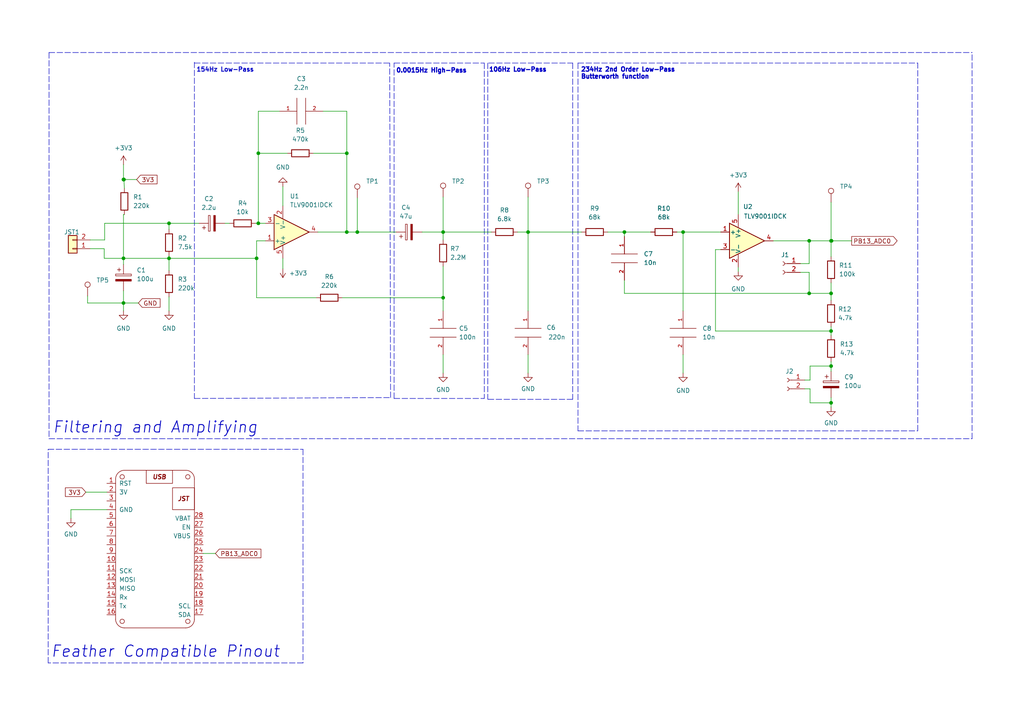
<source format=kicad_sch>
(kicad_sch (version 20211123) (generator eeschema)
  (paper "A4")
  (title_block (title "Sensor Amplifying and Filtering Board") (company "CITI Lab"))
  (lib_symbols
    (symbol "Amplifier_Operational:TLV9001IDCK" (pin_names (offset 0.127))
      (property "Reference" "U" (at 7.62 2.54 0))
      (property "Value" "TLV9001IDCK" (at 11.43 -2.54 0))
      (symbol "TLV9001IDCK_0_1"
        (polyline (pts (xy -2.54 5.08) (xy -2.54 -5.08) (xy 7.62 0) (xy -2.54 5.08)) (stroke (width 0.254)) (fill (type background)))
      )
      (symbol "TLV9001IDCK_1_1"
        (pin input line (at -5.08 2.54 0) (length 2.54) (name "+") (number "1"))
        (pin power_in line (at 0 -7.62 90) (length 3.81) (name "V-") (number "2"))
        (pin input line (at -5.08 -2.54 0) (length 2.54) (name "-") (number "3"))
        (pin output line (at 10.16 0 180) (length 2.54) (name "~") (number "4"))
        (pin power_in line (at 0 7.62 270) (length 3.81) (name "V+") (number "5"))
      )
    )
    (symbol "Connector:Conn_01x02_Female" (pin_names (offset 1.016) hide)
      (property "Reference" "J" (at 0 2.54 0))
      (property "Value" "Conn_01x02_Female" (at 0 -5.08 0))
      (symbol "Conn_01x02_Female_1_1"
        (arc (start 0 -2.032) (mid -0.508 -2.54) (end 0 -3.048) (stroke (width 0.1524)))
        (polyline (pts (xy -1.27 -2.54) (xy -0.508 -2.54)) (stroke (width 0.1524)))
        (polyline (pts (xy -1.27 0) (xy -0.508 0)) (stroke (width 0.1524)))
        (arc (start 0 0.508) (mid -0.508 0) (end 0 -0.508) (stroke (width 0.1524)))
        (pin passive line (at -5.08 0 0) (length 3.81) (name "Pin_1") (number "1"))
        (pin passive line (at -5.08 -2.54 0) (length 3.81) (name "Pin_2") (number "2"))
      )
    )
    (symbol "Connector:TestPoint" (pin_numbers hide) (pin_names (offset 0.762) hide)
      (property "Reference" "TP" (at 0 6.858 0))
      (property "Value" "TestPoint" (at 0 5.08 0))
      (symbol "TestPoint_0_1"
        (circle (center 0 3.302) (radius 0.762))
      )
      (symbol "TestPoint_1_1"
        (pin passive line (at 0 0 90) (length 2.54) (name "1") (number "1"))
      )
    )
    (symbol "Connector_Generic:Conn_01x02" (pin_names (offset 1.016) hide)
      (property "Reference" "J" (at 0 2.54 0))
      (property "Value" "Conn_01x02" (at 0 -5.08 0))
      (symbol "Conn_01x02_1_1"
        (rectangle (start -1.27 -2.413) (end 0 -2.667) (stroke (width 0.1524)))
        (rectangle (start -1.27 0.127) (end 0 -0.127) (stroke (width 0.1524)))
        (rectangle (start -1.27 1.27) (end 1.27 -3.81) (stroke (width 0.254)) (fill (type background)))
        (pin passive line (at -5.08 0 0) (length 3.81) (name "Pin_1") (number "1"))
        (pin passive line (at -5.08 -2.54 0) (length 3.81) (name "Pin_2") (number "2"))
      )
    )
    (symbol "Device:C_Polarized" (pin_numbers hide) (pin_names (offset 0.254))
      (property "Reference" "C" (at 0.635 2.54 0))
      (property "Value" "C_Polarized" (at 0.635 -2.54 0))
      (symbol "C_Polarized_0_1"
        (rectangle (start -2.286 0.508) (end 2.286 1.016))
        (polyline (pts (xy -1.778 2.286) (xy -0.762 2.286)))
        (polyline (pts (xy -1.27 2.794) (xy -1.27 1.778)))
        (rectangle (start 2.286 -0.508) (end -2.286 -1.016) (fill (type outline)))
      )
      (symbol "C_Polarized_1_1"
        (pin passive line (at 0 3.81 270) (length 2.794) (name "~") (number "1"))
        (pin passive line (at 0 -3.81 90) (length 2.794) (name "~") (number "2"))
      )
    )
    (symbol "Device:R" (pin_numbers hide) (pin_names (offset 0))
      (property "Reference" "R" (at 2.032 0 90))
      (property "Value" "R" (at 0 0 90))
      (symbol "R_0_1"
        (rectangle (start -1.016 -2.54) (end 1.016 2.54) (stroke (width 0.254)))
      )
      (symbol "R_1_1"
        (pin passive line (at 0 3.81 270) (length 1.27) (name "~") (number "1"))
        (pin passive line (at 0 -3.81 90) (length 1.27) (name "~") (number "2"))
      )
    )
    (symbol "penguino_v1:Feather-Generic" (pin_names (offset 1.016))
      (property "Reference" "U" (at 1.905 5.08 0))
      (property "Value" "Feather-Generic" (at 12.065 -43.815 0))
      (symbol "Feather-Generic_0_0"
        (text "JST" (at 19.685 -4.445 0) (effects (font (size 1.27 1.27) bold italic)))
        (text "USB" (at 12.7 1.905 0) (effects (font (size 1.27 1.27) bold italic)))
      )
      (symbol "Feather-Generic_0_1"
        (arc (start 0 -39.37) (mid 0.7566 -41.1534) (end 2.54 -41.91))
        (polyline (pts (xy 0 1.27) (xy 0 -39.37)))
        (polyline (pts (xy 2.54 -41.91) (xy 20.32 -41.91)))
        (polyline (pts (xy 2.54 3.81) (xy 20.32 3.81)) (fill (type background)))
        (polyline (pts (xy 22.86 -39.37) (xy 22.86 1.27)))
        (circle (center 1.905 -40.005) (radius 0.635))
        (circle (center 1.905 1.905) (radius 0.635))
        (arc (start 2.54 3.81) (mid 0.7566 3.0534) (end 0 1.27))
        (rectangle (start 8.89 3.81) (end 16.51 0))
        (arc (start 20.32 -41.91) (mid 22.1213 -41.1713) (end 22.86 -39.37))
        (circle (center 20.955 -40.005) (radius 0.635))
        (circle (center 20.955 1.905) (radius 0.635))
        (rectangle (start 22.86 -1.27) (end 16.51 -7.62))
        (arc (start 22.86 1.27) (mid 22.1213 3.0713) (end 20.32 3.81))
      )
      (symbol "Feather-Generic_1_1"
        (pin input line (at -2.54 0 0) (length 2.54) (name "RST") (number "1"))
        (pin bidirectional line (at -2.54 -22.86 0) (length 2.54) (name "~") (number "10"))
        (pin bidirectional line (at -2.54 -25.4 0) (length 2.54) (name "SCK") (number "11"))
        (pin bidirectional line (at -2.54 -27.94 0) (length 2.54) (name "MOSI") (number "12"))
        (pin bidirectional line (at -2.54 -30.48 0) (length 2.54) (name "MISO") (number "13"))
        (pin bidirectional line (at -2.54 -33.02 0) (length 2.54) (name "Rx") (number "14"))
        (pin bidirectional line (at -2.54 -35.56 0) (length 2.54) (name "Tx") (number "15"))
        (pin passive line (at -2.54 -38.1 0) (length 2.54) (name "~") (number "16"))
        (pin bidirectional line (at 25.4 -38.1 180) (length 2.54) (name "SDA") (number "17"))
        (pin bidirectional line (at 25.4 -35.56 180) (length 2.54) (name "SCL") (number "18"))
        (pin bidirectional line (at 25.4 -33.02 180) (length 2.54) (name "~") (number "19"))
        (pin passive line (at -2.54 -2.54 0) (length 2.54) (name "3V") (number "2"))
        (pin bidirectional line (at 25.4 -30.48 180) (length 2.54) (name "~") (number "20"))
        (pin bidirectional line (at 25.4 -27.94 180) (length 2.54) (name "~") (number "21"))
        (pin bidirectional line (at 25.4 -25.4 180) (length 2.54) (name "~") (number "22"))
        (pin bidirectional line (at 25.4 -22.86 180) (length 2.54) (name "~") (number "23"))
        (pin bidirectional line (at 25.4 -20.32 180) (length 2.54) (name "~") (number "24"))
        (pin bidirectional line (at 25.4 -17.78 180) (length 2.54) (name "~") (number "25"))
        (pin passive line (at 25.4 -15.24 180) (length 2.54) (name "VBUS") (number "26"))
        (pin input line (at 25.4 -12.7 180) (length 2.54) (name "EN") (number "27"))
        (pin passive line (at 25.4 -10.16 180) (length 2.54) (name "VBAT") (number "28"))
        (pin bidirectional line (at -2.54 -5.08 0) (length 2.54) (name "~") (number "3"))
        (pin passive line (at -2.54 -7.62 0) (length 2.54) (name "GND") (number "4"))
        (pin bidirectional line (at -2.54 -10.16 0) (length 2.54) (name "~") (number "5"))
        (pin bidirectional line (at -2.54 -12.7 0) (length 2.54) (name "~") (number "6"))
        (pin bidirectional line (at -2.54 -15.24 0) (length 2.54) (name "~") (number "7"))
        (pin bidirectional line (at -2.54 -17.78 0) (length 2.54) (name "~") (number "8"))
        (pin bidirectional line (at -2.54 -20.32 0) (length 2.54) (name "~") (number "9"))
      )
    )
    (symbol "power:+3V3" (power) (pin_names (offset 0))
      (property "Value" "+3V3" (at 0 3.556 0))
      (symbol "+3V3_0_1"
        (polyline (pts (xy -0.762 1.27) (xy 0 2.54)))
        (polyline (pts (xy 0 0) (xy 0 2.54)))
        (polyline (pts (xy 0 2.54) (xy 0.762 1.27)))
      )
      (symbol "+3V3_1_1"
        (pin power_in line (at 0 0 90) (length 0) hide (name "+3V3") (number "1"))
      )
    )
    (symbol "power:GND" (power) (pin_names (offset 0))
      (property "Value" "GND" (at 0 -3.81 0))
      (symbol "GND_0_1"
        (polyline (pts (xy 0 0) (xy 0 -1.27) (xy 1.27 -1.27) (xy 0 -2.54) (xy -1.27 -1.27) (xy 0 -1.27)))
      )
      (symbol "GND_1_1"
        (pin power_in line (at 0 0 270) (length 0) hide (name "GND") (number "1"))
      )
    )
    (symbol "pspice:CAP" (pin_names (offset 0.254))
      (property "Reference" "C" (at 2.54 3.81 90))
      (property "Value" "CAP" (at 2.54 -3.81 90))
      (symbol "CAP_0_1"
        (polyline (pts (xy -3.81 -1.27) (xy 3.81 -1.27)))
        (polyline (pts (xy -3.81 1.27) (xy 3.81 1.27)))
      )
      (symbol "CAP_1_1"
        (pin passive line (at 0 6.35 270) (length 5.08) (name "~") (number "1"))
        (pin passive line (at 0 -6.35 90) (length 5.08) (name "~") (number "2"))
      )
    )
  )
  (junction (at 241.046 96.012))
  (junction (at 241.046 116.84))
  (junction (at 100.584 67.31))
  (junction (at 128.524 86.36))
  (junction (at 241.046 106.172))
  (junction (at 100.584 44.45))
  (junction (at 198.12 67.31))
  (junction (at 74.93 64.77))
  (junction (at 241.046 69.85))
  (junction (at 181.102 67.31))
  (junction (at 35.814 52.07))
  (junction (at 234.696 69.85))
  (junction (at 153.162 67.31))
  (junction (at 128.524 67.31))
  (junction (at 241.046 85.09))
  (junction (at 241.173 69.85))
  (junction (at 35.814 74.93))
  (junction (at 49.022 64.77))
  (junction (at 74.93 44.45))
  (junction (at 234.696 85.09))
  (junction (at 35.941 52.07))
  (junction (at 74.422 74.93))
  (junction (at 35.814 87.884))
  (junction (at 49.022 74.93))
  (junction (at 103.632 67.31))
  (wire (pts (xy 233.426 112.776) (xy 234.95 112.776)))
  (wire (pts (xy 74.93 32.258) (xy 74.93 44.45)))
  (wire (pts (xy 234.696 85.09) (xy 241.046 85.09)))
  (wire (pts (xy 92.202 67.31) (xy 100.584 67.31)))
  (wire (pts (xy 198.12 102.87) (xy 198.12 108.204)))
  (wire (pts (xy 24.892 142.748) (xy 30.988 142.748)))
  (wire (pts (xy 224.282 69.85) (xy 234.696 69.85)))
  (wire (pts (xy 20.574 147.828) (xy 20.574 150.368)))
  (wire (pts (xy 241.046 116.84) (xy 241.046 118.11)))
  (wire (pts (xy 82.042 74.93) (xy 82.042 77.978)))
  (wire (pts (xy 49.022 86.106) (xy 49.022 90.17)))
  (wire (pts (xy 241.046 85.09) (xy 241.046 87.122)))
  (wire (pts (xy 153.162 67.31) (xy 168.656 67.31)))
  (polyline (pts (xy 87.884 130.302) (xy 87.884 192.278)))
  (wire (pts (xy 35.814 87.884) (xy 35.814 90.17)))
  (wire (pts (xy 207.518 72.39) (xy 209.042 72.39)))
  (wire (pts (xy 35.814 62.23) (xy 36.068 62.23)))
  (wire (pts (xy 35.814 47.752) (xy 35.814 52.07)))
  (wire (pts (xy 99.314 86.36) (xy 128.524 86.36)))
  (wire (pts (xy 153.162 57.15) (xy 153.162 67.31)))
  (wire (pts (xy 241.173 69.85) (xy 247.015 69.85)))
  (wire (pts (xy 35.814 74.93) (xy 35.814 62.23)))
  (polyline (pts (xy 14.224 15.24) (xy 281.94 15.24)))
  (wire (pts (xy 241.046 106.172) (xy 241.046 107.696)))
  (wire (pts (xy 58.928 160.528) (xy 62.484 160.528)))
  (polyline (pts (xy 167.64 124.968) (xy 266.192 124.968)))
  (polyline (pts (xy 14.224 127.254) (xy 281.94 127.254)))
  (wire (pts (xy 128.524 67.31) (xy 142.494 67.31)))
  (wire (pts (xy 74.422 86.36) (xy 91.694 86.36)))
  (wire (pts (xy 241.046 94.742) (xy 241.046 96.012)))
  (polyline (pts (xy 13.97 192.278) (xy 13.97 130.302)))
  (wire (pts (xy 74.422 69.85) (xy 76.962 69.85)))
  (wire (pts (xy 49.022 64.77) (xy 49.022 66.548)))
  (wire (pts (xy 128.524 77.216) (xy 128.524 86.36)))
  (wire (pts (xy 65.278 64.77) (xy 66.548 64.77)))
  (polyline (pts (xy 56.388 18.288) (xy 113.03 18.288)))
  (wire (pts (xy 26.162 72.136) (xy 30.226 72.136)))
  (wire (pts (xy 74.422 69.85) (xy 74.422 74.93)))
  (polyline (pts (xy 114.3 115.57) (xy 140.462 115.57)))
  (wire (pts (xy 74.422 74.93) (xy 74.422 86.36)))
  (wire (pts (xy 74.93 64.77) (xy 76.962 64.77)))
  (wire (pts (xy 35.814 76.708) (xy 35.814 74.93)))
  (polyline (pts (xy 14.224 15.24) (xy 14.224 127.254)))
  (polyline (pts (xy 266.192 124.968) (xy 266.192 18.288)))
  (wire (pts (xy 233.426 110.236) (xy 234.95 110.236)))
  (wire (pts (xy 49.022 74.93) (xy 74.422 74.93)))
  (wire (pts (xy 234.95 110.236) (xy 234.95 106.172)))
  (wire (pts (xy 181.102 85.09) (xy 234.696 85.09)))
  (wire (pts (xy 35.941 52.07) (xy 36.068 54.61)))
  (wire (pts (xy 100.584 44.45) (xy 90.932 44.45)))
  (wire (pts (xy 196.342 67.31) (xy 198.12 67.31)))
  (polyline (pts (xy 56.388 115.57) (xy 113.284 115.316)))
  (wire (pts (xy 241.046 58.674) (xy 241.046 69.85)))
  (wire (pts (xy 30.226 74.93) (xy 35.814 74.93)))
  (wire (pts (xy 241.046 96.012) (xy 241.046 97.282)))
  (polyline (pts (xy 114.3 18.288) (xy 140.462 18.288)))
  (wire (pts (xy 35.814 87.884) (xy 40.132 87.884)))
  (wire (pts (xy 35.814 74.93) (xy 49.022 74.93)))
  (wire (pts (xy 234.95 112.776) (xy 234.95 116.84)))
  (wire (pts (xy 30.226 72.136) (xy 30.226 74.93)))
  (wire (pts (xy 100.584 67.31) (xy 100.584 44.45)))
  (wire (pts (xy 150.114 67.31) (xy 153.162 67.31)))
  (wire (pts (xy 241.046 82.042) (xy 241.046 85.09)))
  (wire (pts (xy 234.696 69.85) (xy 241.046 69.85)))
  (wire (pts (xy 153.162 67.31) (xy 153.162 90.17)))
  (polyline (pts (xy 13.97 130.302) (xy 87.884 130.302)))
  (wire (pts (xy 214.122 77.47) (xy 214.122 78.74)))
  (wire (pts (xy 241.046 69.85) (xy 241.173 69.85)))
  (wire (pts (xy 35.814 84.328) (xy 35.814 87.884)))
  (wire (pts (xy 234.95 106.172) (xy 241.046 106.172)))
  (wire (pts (xy 214.122 55.626) (xy 214.122 62.23)))
  (wire (pts (xy 103.632 67.31) (xy 114.808 67.31)))
  (wire (pts (xy 25.4 87.884) (xy 35.814 87.884)))
  (wire (pts (xy 198.12 67.31) (xy 198.12 90.17)))
  (wire (pts (xy 26.162 69.596) (xy 30.353 69.596)))
  (wire (pts (xy 241.046 74.422) (xy 241.046 69.85)))
  (wire (pts (xy 122.428 67.31) (xy 128.524 67.31)))
  (wire (pts (xy 207.518 96.012) (xy 207.518 72.39)))
  (wire (pts (xy 30.353 64.77) (xy 49.022 64.77)))
  (wire (pts (xy 82.042 54.102) (xy 82.042 59.69)))
  (wire (pts (xy 100.584 44.45) (xy 100.584 32.258)))
  (wire (pts (xy 198.12 67.31) (xy 209.042 67.31)))
  (wire (pts (xy 234.696 76.454) (xy 234.696 69.85)))
  (polyline (pts (xy 114.3 115.57) (xy 114.3 18.288)))
  (wire (pts (xy 49.022 74.168) (xy 49.022 74.93)))
  (wire (pts (xy 232.156 78.994) (xy 234.696 78.994)))
  (wire (pts (xy 234.95 116.84) (xy 241.046 116.84)))
  (polyline (pts (xy 141.478 18.288) (xy 141.478 115.824)))
  (polyline (pts (xy 166.116 18.288) (xy 166.116 115.824)))
  (wire (pts (xy 181.102 67.31) (xy 176.276 67.31)))
  (wire (pts (xy 128.524 86.36) (xy 128.524 90.17)))
  (wire (pts (xy 25.4 85.852) (xy 25.4 87.884)))
  (wire (pts (xy 30.353 69.596) (xy 30.353 64.77)))
  (wire (pts (xy 35.941 52.07) (xy 39.624 52.07)))
  (wire (pts (xy 103.632 57.404) (xy 103.632 67.31)))
  (wire (pts (xy 241.046 96.012) (xy 207.518 96.012)))
  (wire (pts (xy 234.696 78.994) (xy 234.696 85.09)))
  (wire (pts (xy 74.168 64.77) (xy 74.93 64.77)))
  (wire (pts (xy 232.156 76.454) (xy 234.696 76.454)))
  (polyline (pts (xy 167.64 18.288) (xy 167.64 124.968)))
  (wire (pts (xy 128.524 102.87) (xy 128.524 108.204)))
  (wire (pts (xy 241.046 115.316) (xy 241.046 116.84)))
  (wire (pts (xy 241.046 104.902) (xy 241.046 106.172)))
  (wire (pts (xy 74.93 32.258) (xy 81.026 32.258)))
  (wire (pts (xy 30.988 147.828) (xy 20.574 147.828)))
  (polyline (pts (xy 113.284 115.316) (xy 113.03 18.288)))
  (wire (pts (xy 83.312 44.45) (xy 74.93 44.45)))
  (wire (pts (xy 74.93 44.45) (xy 74.93 64.77)))
  (wire (pts (xy 49.022 64.77) (xy 57.658 64.77)))
  (polyline (pts (xy 166.116 115.824) (xy 141.478 115.824)))
  (polyline (pts (xy 87.884 192.278) (xy 13.97 192.278)))
  (polyline (pts (xy 140.462 18.288) (xy 140.462 115.57)))
  (wire (pts (xy 128.524 57.15) (xy 128.524 67.31)))
  (polyline (pts (xy 141.732 18.288) (xy 166.116 18.288)))
  (wire (pts (xy 181.102 81.28) (xy 181.102 85.09)))
  (wire (pts (xy 128.524 67.31) (xy 128.524 69.596)))
  (wire (pts (xy 181.102 67.31) (xy 188.722 67.31)))
  (polyline (pts (xy 281.94 127.254) (xy 281.94 15.24)))
  (wire (pts (xy 35.814 52.07) (xy 35.941 52.07)))
  (polyline (pts (xy 167.64 18.288) (xy 266.192 18.288)))
  (wire (pts (xy 153.162 102.87) (xy 153.162 108.204)))
  (wire (pts (xy 49.022 74.93) (xy 49.022 78.486)))
  (wire (pts (xy 100.584 67.31) (xy 103.632 67.31)))
  (polyline (pts (xy 56.388 18.034) (xy 56.388 115.57)))
  (wire (pts (xy 100.584 32.258) (xy 93.726 32.258)))
  (wire (pts (xy 181.102 68.58) (xy 181.102 67.31)))
  (text "0.0015Hz High-Pass" (at 114.808 21.336 0) (effects (font (size 1.27 1.27) (thickness 0.654) bold) (justify left bottom)))
  (text "Feather Compatible Pinout" (at 14.732 191.008 0) (effects (font (size 3.27 3.27) (thickness 0.254) bold italic) (justify left bottom)))
  (text "Filtering and Amplifying" (at 15.24 125.984 0) (effects (font (size 3.27 3.27) (thickness 0.254) bold italic) (justify left bottom)))
  (text "154Hz Low-Pass" (at 56.896 21.082 0) (effects (font (size 1.27 1.27) (thickness 0.254) bold) (justify left bottom)))
  (text "106Hz Low-Pass" (at 141.732 21.082 0) (effects (font (size 1.27 1.27) (thickness 0.654) bold) (justify left bottom)))
  (text "234Hz 2nd Order Low-Pass\nButterworth function" (at 168.402 23.114 0) (effects (font (size 1.27 1.27) (thickness 0.654) bold) (justify left bottom)))
  (global_label "3V3" (shape input) (at 24.892 142.748 180) (property "Intersheet References" "${INTERSHEET_REFS}" (effects hide)))
  (global_label "PB13_ADC0" (shape input) (at 62.484 160.528 0) (property "Intersheet References" "${INTERSHEET_REFS}" (effects hide)))
  (global_label "PB13_ADC0" (shape output) (at 247.015 69.85 0) (property "Intersheet References" "${INTERSHEET_REFS}" (effects hide)))
  (global_label "GND" (shape input) (at 40.132 87.884 0) (property "Intersheet References" "${INTERSHEET_REFS}" (effects hide)))
  (global_label "3V3" (shape input) (at 39.624 52.07 0) (property "Intersheet References" "${INTERSHEET_REFS}" (effects hide)))
  (symbol (lib_id "power:GND") (at 153.162 108.204 0) (unit 1)
    (property "Reference" "#PWR07" (effects hide))
    (property "Value" "GND" (at 153.162 112.776 0))
  )
  (symbol (lib_id "Device:C_Polarized") (at 61.468 64.77 90) (unit 1)
    (property "Reference" "C2" (at 60.579 57.658 90))
    (property "Value" "2.2u" (at 60.579 60.198 90))
    (property "Footprint" "Capacitor_SMD:C_0603_1608Metric" (effects hide))
    (property "MPN" "GRM188R61E106KA73J" (effects hide))
    (property "Manufacturer" "Murata Electronics" (effects hide))
  )
  (symbol (lib_id "Device:R") (at 172.466 67.31 270) (unit 1)
    (property "Reference" "R9" (at 172.466 60.452 90))
    (property "Value" "68k" (at 172.466 62.992 90))
    (property "Footprint" "Resistor_SMD:R_0805_2012Metric" (effects hide))
    (property "MPN" "ESR10EZPF6802" (effects hide))
    (property "Manufacturer" "Rohm Semiconductor" (effects hide))
  )
  (symbol (lib_id "pspice:CAP") (at 87.376 32.258 90) (unit 1)
    (property "Reference" "C3" (at 87.376 22.86 90))
    (property "Value" "2.2n" (at 87.376 25.4 90))
    (property "Footprint" "Capacitor_SMD:C_0805_2012Metric" (effects hide))
    (property "MPN" "GCJ216R71H222KA01D" (effects hide))
    (property "Manufacturer" "Murata Electronics" (effects hide))
  )
  (symbol (lib_id "Device:R") (at 87.122 44.45 90) (unit 1)
    (property "Reference" "R5" (at 87.122 37.846 90))
    (property "Value" "470k" (at 87.122 40.386 90))
    (property "Footprint" "Resistor_SMD:R_0805_2012Metric" (effects hide))
    (property "MPN" "ESR10EZPF4703" (effects hide))
    (property "Manufacturer" "Rohm Semiconductor" (effects hide))
  )
  (symbol (lib_id "Amplifier_Operational:TLV9001IDCK") (at 214.122 69.85 0) (unit 1)
    (property "Reference" "U2" (at 216.916 59.944 0))
    (property "Value" "TLV9001IDCK" (at 221.996 62.738 0))
    (property "Footprint" "Package_TO_SOT_SMD:SOT-353_SC-70-5" (effects hide))
    (property "Datasheet" "https://www.ti.com/lit/ds/symlink/tlv9001.pdf" (effects hide))
    (property "MPN" "TLV9001IDCKR" (effects hide))
    (property "Manufacturer" "Texas Instrument" (effects hide))
  )
  (symbol (lib_id "penguino_v1:Feather-Generic") (at 33.528 140.208 0) (unit 1)
    (property "Reference" "board1" (effects hide))
    (property "Value" "Feather-Generic" (effects hide))
    (property "Footprint" "penguino_v1:Feather-Generic-no-holes" (effects hide))
  )
  (symbol (lib_id "power:GND") (at 214.122 78.74 0) (unit 1)
    (property "Reference" "#PWR011" (effects hide))
    (property "Value" "GND" (at 214.122 83.82 0))
  )
  (symbol (lib_id "Device:C_Polarized") (at 241.046 111.506 0) (unit 1)
    (property "Reference" "C9" (at 244.856 109.3469 0) (effects (justify left)))
    (property "Value" "100u" (at 244.856 111.8869 0) (effects (justify left)))
    (property "Footprint" "Capacitor_SMD:C_1206_3216Metric" (effects hide))
    (property "MPN" "GRM31CD80J107MEA8K" (effects hide))
    (property "Manufacturer" "Murata Electronics" (effects hide))
  )
  (symbol (lib_id "power:+3V3") (at 82.042 77.978 180) (unit 1)
    (property "Reference" "#PWR05" (effects hide))
    (property "Value" "+3V3" (at 83.82 79.2479 0) (effects (justify right)))
  )
  (symbol (lib_id "Device:R") (at 241.046 101.092 0) (unit 1)
    (property "Reference" "R13" (at 243.586 99.8219 0) (effects (justify left)))
    (property "Value" "4.7k" (at 243.586 102.3619 0) (effects (justify left)))
    (property "Footprint" "Resistor_SMD:R_0805_2012Metric" (effects hide))
    (property "MPN" "ESR10EZPF4701" (effects hide))
    (property "Manufacturer" "Rohm Semiconductor" (effects hide))
  )
  (symbol (lib_id "Device:R") (at 146.304 67.31 270) (unit 1)
    (property "Reference" "R8" (at 146.304 60.96 90))
    (property "Value" "6.8k" (at 146.304 63.5 90))
    (property "Footprint" "Resistor_SMD:R_0805_2012Metric" (effects hide))
    (property "MPN" "ESR10EZPF6801" (effects hide))
    (property "Manufacturer" "Rohm Semiconductor" (effects hide))
  )
  (symbol (lib_id "pspice:CAP") (at 198.12 96.52 0) (unit 1)
    (property "Reference" "C8" (at 203.708 95.2499 0) (effects (justify left)))
    (property "Value" "10n" (at 203.708 97.7899 0) (effects (justify left)))
    (property "Footprint" "Capacitor_SMD:C_0805_2012Metric" (effects hide))
    (property "MPN" "GCM219R91H103KA37D" (effects hide))
    (property "Manufacturer" "Murata Electronics" (effects hide))
  )
  (symbol (lib_id "Connector:TestPoint") (at 241.046 58.674 0) (unit 1)
    (property "Reference" "TP4" (at 243.586 54.1019 0) (effects (justify left)))
    (property "Value" "TestPoint" (effects hide))
    (property "Footprint" "TestPoint:TestPoint_Keystone_5015_Micro-Minature" (effects hide))
    (property "MPN" "36-5015TR-ND" (effects hide))
    (property "Manufacturer" "Keystone Electronics" (effects hide))
  )
  (symbol (lib_id "Connector:TestPoint") (at 103.632 57.404 0) (unit 1)
    (property "Reference" "TP1" (at 106.172 52.578 0) (effects (justify left)))
    (property "Value" "TestPoint" (effects hide))
    (property "Footprint" "TestPoint:TestPoint_Keystone_5015_Micro-Minature" (effects hide))
    (property "MPN" "36-5015TR-ND" (effects hide))
    (property "Manufacturer" "Keystone Electronics" (effects hide))
  )
  (symbol (lib_id "power:+3V3") (at 214.122 55.626 0) (unit 1)
    (property "Reference" "#PWR010" (effects hide))
    (property "Value" "+3V3" (at 214.122 50.8 0))
  )
  (symbol (lib_id "Device:C_Polarized") (at 118.618 67.31 90) (unit 1)
    (property "Reference" "C4" (at 117.729 60.198 90))
    (property "Value" "47u" (at 117.729 62.738 90))
    (property "Footprint" "Capacitor_SMD:C_0805_2012Metric" (effects hide))
    (property "MPN" "GRM21BR61A476ME15K" (effects hide))
    (property "Manufacturer" "Murata Electronics" (effects hide))
  )
  (symbol (lib_id "pspice:CAP") (at 128.524 96.52 0) (unit 1)
    (property "Reference" "C5" (at 133.096 95.2499 0) (effects (justify left)))
    (property "Value" "100n" (at 133.096 97.7899 0) (effects (justify left)))
    (property "Footprint" "Capacitor_SMD:C_0603_1608Metric" (effects hide))
    (property "MPN" "GCM188R91E104KA37J" (effects hide))
    (property "Manufacturer" "Murata Electronics" (effects hide))
  )
  (symbol (lib_id "Device:R") (at 49.022 82.296 0) (unit 1)
    (property "Reference" "R3" (at 51.562 81.0259 0) (effects (justify left)))
    (property "Value" "220k" (at 51.562 83.5659 0) (effects (justify left)))
    (property "Footprint" "Resistor_SMD:R_0805_2012Metric" (effects hide))
    (property "MPN" "ESR10EZPF2203" (effects hide))
    (property "Manufacturer" "Rohm Semiconductor" (effects hide))
  )
  (symbol (lib_id "power:GND") (at 128.524 108.204 0) (unit 1)
    (property "Reference" "#PWR06" (effects hide))
    (property "Value" "GND" (at 128.524 113.03 0))
  )
  (symbol (lib_id "Device:R") (at 70.358 64.77 90) (unit 1)
    (property "Reference" "R4" (at 70.358 58.928 90))
    (property "Value" "10k" (at 70.358 61.468 90))
    (property "Footprint" "Resistor_SMD:R_0805_2012Metric" (effects hide))
    (property "MPN" "ESR10EZPF1002" (effects hide))
    (property "Manufacturer" "Rohm Semiconductor" (effects hide))
  )
  (symbol (lib_id "Device:R") (at 49.022 70.358 0) (unit 1)
    (property "Reference" "R2" (at 51.562 69.0879 0) (effects (justify left)))
    (property "Value" "7.5k" (at 51.562 71.6279 0) (effects (justify left)))
    (property "Footprint" "Resistor_SMD:R_0805_2012Metric" (effects hide))
    (property "MPN" "ESR10EZPF7501" (effects hide))
    (property "Manufacturer" "Rohm Semiconductor" (effects hide))
  )
  (symbol (lib_id "Device:R") (at 128.524 73.406 0) (unit 1)
    (property "Reference" "R7" (at 130.556 72.1359 0) (effects (justify left)))
    (property "Value" "2.2M" (at 130.556 74.6759 0) (effects (justify left)))
    (property "Footprint" "Resistor_SMD:R_0805_2012Metric" (effects hide))
    (property "MPN" "ESR10EZPF2204" (effects hide))
    (property "Manufacturer" "Rohm Semiconductor" (effects hide))
  )
  (symbol (lib_id "power:GND") (at 49.022 90.17 0) (unit 1)
    (property "Reference" "#PWR03" (effects hide))
    (property "Value" "GND" (at 49.022 95.25 0))
  )
  (symbol (lib_id "Device:R") (at 192.532 67.31 270) (unit 1)
    (property "Reference" "R10" (at 192.532 60.452 90))
    (property "Value" "68k" (at 192.532 62.992 90))
    (property "Footprint" "Resistor_SMD:R_0805_2012Metric" (effects hide))
    (property "MPN" "ESR10EZPF6802" (effects hide))
    (property "Manufacturer" "Rohm Semiconductor" (effects hide))
  )
  (symbol (lib_id "Device:R") (at 36.068 58.42 0) (unit 1)
    (property "Reference" "R1" (at 38.608 57.1499 0) (effects (justify left)))
    (property "Value" "220k" (at 38.608 59.6899 0) (effects (justify left)))
    (property "Footprint" "Resistor_SMD:R_0805_2012Metric" (effects hide))
    (property "MPN" "ESR10EZPF2203" (effects hide))
    (property "Manufacturer" "Rohm Semiconductor" (effects hide))
  )
  (symbol (lib_id "Connector:TestPoint") (at 25.4 85.852 0) (unit 1)
    (property "Reference" "TP5" (at 27.94 81.2799 0) (effects (justify left)))
    (property "Value" "TestPoint" (effects hide))
    (property "Footprint" "TestPoint:TestPoint_Keystone_5015_Micro-Minature" (effects hide))
    (property "MPN" "36-5015TR-ND" (effects hide))
    (property "Manufacturer" "Keystone Electronics" (effects hide))
  )
  (symbol (lib_id "Connector:TestPoint") (at 128.524 57.15 0) (unit 1)
    (property "Reference" "TP2" (at 131.064 52.5779 0) (effects (justify left)))
    (property "Value" "TestPoint" (effects hide))
    (property "Footprint" "TestPoint:TestPoint_Keystone_5015_Micro-Minature" (effects hide))
    (property "MPN" "36-5015TR-ND" (effects hide))
    (property "Manufacturer" "Keystone Electronics" (effects hide))
  )
  (symbol (lib_id "power:GND") (at 35.814 90.17 0) (unit 1)
    (property "Reference" "#PWR02" (effects hide))
    (property "Value" "GND" (at 35.814 95.25 0))
  )
  (symbol (lib_id "power:+3V3") (at 35.814 47.752 0) (unit 1)
    (property "Reference" "#PWR01" (effects hide))
    (property "Value" "+3V3" (at 35.814 42.926 0))
  )
  (symbol (lib_id "Connector_Generic:Conn_01x02") (at 21.082 72.136 180) (unit 1)
    (property "Reference" "JST1" (at 20.828 67.31 0))
    (property "Value" "Conn_01x02" (effects hide))
    (property "Footprint" "Connector_JST:JST_PH_B2B-PH-SM4-TB_1x02-1MP_P2.00mm_Vertical" (effects hide))
    (property "MPN" "B2B-PH-SM4-TB(LF)(SN)" (effects hide))
    (property "Manufacturer" "JST Sales America Inc" (effects hide))
  )
  (symbol (lib_id "power:GND") (at 20.574 150.368 0) (unit 1)
    (property "Reference" "#PWR08" (effects hide))
    (property "Value" "GND" (at 20.574 154.94 0))
  )
  (symbol (lib_id "power:GND") (at 241.046 118.11 0) (unit 1)
    (property "Reference" "#PWR012" (effects hide))
    (property "Value" "GND" (at 241.046 122.682 0))
  )
  (symbol (lib_id "Connector:Conn_01x02_Female") (at 228.346 110.236 0) (mirror y) (unit 1)
    (property "Reference" "J2" (at 228.981 107.696 0))
    (property "Value" "Conn_01x02_Female" (effects hide))
    (property "Footprint" "Connector_PinHeader_2.54mm:PinHeader_1x02_P2.54mm_Vertical" (effects hide))
  )
  (symbol (lib_id "Device:R") (at 241.046 90.932 0) (unit 1)
    (property "Reference" "R12" (at 243.078 89.6619 0) (effects (justify left)))
    (property "Value" "4.7k" (at 243.078 92.2019 0) (effects (justify left)))
    (property "Footprint" "Resistor_SMD:R_0805_2012Metric" (effects hide))
    (property "MPN" "ESR10EZPF4701" (effects hide))
    (property "Manufacturer" "Rohm Semiconductor" (effects hide))
  )
  (symbol (lib_id "power:GND") (at 198.12 108.204 0) (unit 1)
    (property "Reference" "#PWR09" (effects hide))
    (property "Value" "GND" (at 198.12 113.284 0))
  )
  (symbol (lib_id "Device:R") (at 95.504 86.36 270) (unit 1)
    (property "Reference" "R6" (at 95.504 80.264 90))
    (property "Value" "220k" (at 95.504 82.804 90))
    (property "Footprint" "Resistor_SMD:R_0805_2012Metric" (effects hide))
    (property "MPN" "ESR10EZPF2203" (effects hide))
    (property "Manufacturer" "Rohm Semiconductor" (effects hide))
  )
  (symbol (lib_id "pspice:CAP") (at 181.102 74.93 0) (unit 1)
    (property "Reference" "C7" (at 186.69 73.6599 0) (effects (justify left)))
    (property "Value" "10n" (at 186.69 76.1999 0) (effects (justify left)))
    (property "Footprint" "Capacitor_SMD:C_0805_2012Metric" (effects hide))
    (property "MPN" "GCM219R91H103KA37D" (effects hide))
    (property "Manufacturer" "Murata Electronics" (effects hide))
  )
  (symbol (lib_id "Amplifier_Operational:TLV9001IDCK") (at 82.042 67.31 0) (mirror x) (unit 1)
    (property "Reference" "U1" (at 84.0614 56.896 0) (effects (justify left)))
    (property "Value" "TLV9001IDCK" (at 84.0614 59.436 0) (effects (justify left)))
    (property "Footprint" "Package_TO_SOT_SMD:SOT-353_SC-70-5" (effects hide))
    (property "Datasheet" "https://www.ti.com/lit/ds/symlink/tlv9001.pdf" (effects hide))
    (property "MPN" "TLV9001IDCKR" (effects hide))
    (property "Manufacturer" "Texas Instrument" (effects hide))
  )
  (symbol (lib_id "Connector:TestPoint") (at 153.162 57.15 0) (unit 1)
    (property "Reference" "TP3" (at 155.702 52.5779 0) (effects (justify left)))
    (property "Value" "TestPoint" (effects hide))
    (property "Footprint" "TestPoint:TestPoint_Keystone_5015_Micro-Minature" (effects hide))
    (property "MPN" "36-5015TR-ND" (effects hide))
    (property "Manufacturer" "Keystone Electronics" (effects hide))
  )
  (symbol (lib_id "Device:C_Polarized") (at 35.814 80.518 0) (unit 1)
    (property "Reference" "C1" (at 39.624 78.3589 0) (effects (justify left)))
    (property "Value" "100u" (at 39.624 80.8989 0) (effects (justify left)))
    (property "Footprint" "Capacitor_SMD:C_1206_3216Metric" (effects hide))
    (property "MPN" "GRM31CD80J107MEA8K" (effects hide))
    (property "Manufacturer" "Murata Electronics" (effects hide))
  )
  (symbol (lib_id "power:GND") (at 82.042 54.102 180) (unit 1)
    (property "Reference" "#PWR04" (effects hide))
    (property "Value" "GND" (at 82.042 48.514 0))
  )
  (symbol (lib_id "pspice:CAP") (at 153.162 96.52 0) (unit 1)
    (property "Reference" "C6" (at 158.496 94.996 0) (effects (justify left)))
    (property "Value" "220n" (at 159.004 97.79 0) (effects (justify left)))
    (property "Footprint" "Capacitor_SMD:C_0603_1608Metric" (effects hide))
    (property "MPN" "GCM188R71E224KA55J" (effects hide))
    (property "Manufacturer" "Murata Electronics" (effects hide))
  )
  (symbol (lib_id "Connector:Conn_01x02_Female") (at 227.076 76.454 0) (mirror y) (unit 1)
    (property "Reference" "J1" (at 227.711 73.914 0))
    (property "Value" "Conn_01x02_Female" (effects hide))
    (property "Footprint" "Connector_PinHeader_2.54mm:PinHeader_1x02_P2.54mm_Vertical" (effects hide))
  )
  (symbol (lib_id "Device:R") (at 241.046 78.232 0) (unit 1)
    (property "Reference" "R11" (at 243.332 76.9619 0) (effects (justify left)))
    (property "Value" "100k" (at 243.332 79.5019 0) (effects (justify left)))
    (property "Footprint" "Resistor_SMD:R_0805_2012Metric" (effects hide))
    (property "MPN" "ESR10EZPF1003" (effects hide))
    (property "Manufacturer" "Rohm Semiconductor" (effects hide))
  )
)
</source>
